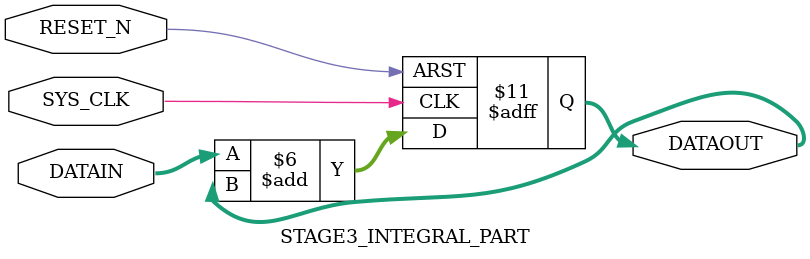
<source format=v>

module STAGE3_INTEGRAL_PART  
(
	input SYS_CLK  , 
	input RESET_N ,
	input signed[21:0] DATAIN , 
	output reg signed [25:0] DATAOUT
);
	
	initial
	begin
		DATAOUT = 1'b0;
	end
	
	//assign DATAOUT = DATAIN+PRE_DATAOUT;
	
	always@(negedge RESET_N or posedge SYS_CLK)//
	begin
		if (!RESET_N ) begin
			DATAOUT <= 26'd0;
		end
		else 
		begin
			if(DATAIN[0]==1'b0 || DATAIN[0]==1'b1) DATAOUT <= DATAIN+DATAOUT;
			else DATAOUT <= DATAOUT;
		end
	end

endmodule 
</source>
